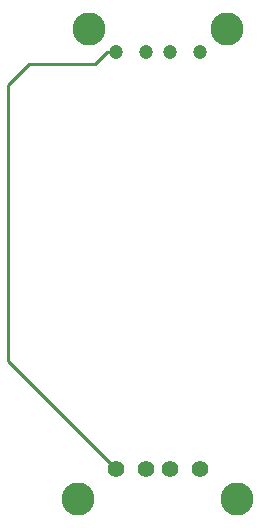
<source format=gtl>
G04 (created by PCBNEW (22-Jun-2014 BZR 4027)-stable) date Sun 02 Jul 2017 17:00:27 BST*
%MOIN*%
G04 Gerber Fmt 3.4, Leading zero omitted, Abs format*
%FSLAX34Y34*%
G01*
G70*
G90*
G04 APERTURE LIST*
%ADD10C,0.00590551*%
%ADD11C,0.110236*%
%ADD12C,0.0472441*%
%ADD13C,0.0551181*%
%ADD14C,0.01*%
G04 APERTURE END LIST*
G54D10*
G54D11*
X63800Y-21650D03*
X59200Y-21650D03*
G54D12*
X62900Y-22400D03*
X61900Y-22400D03*
X61100Y-22400D03*
X60100Y-22400D03*
G54D11*
X64150Y-37300D03*
X58850Y-37300D03*
G54D13*
X61900Y-36300D03*
X61100Y-36300D03*
X60100Y-36300D03*
X62900Y-36300D03*
G54D14*
X60100Y-22400D02*
X59800Y-22400D01*
X56500Y-32700D02*
X60100Y-36300D01*
X56500Y-23500D02*
X56500Y-32700D01*
X57200Y-22800D02*
X56500Y-23500D01*
X59400Y-22800D02*
X57200Y-22800D01*
X59800Y-22400D02*
X59400Y-22800D01*
M02*

</source>
